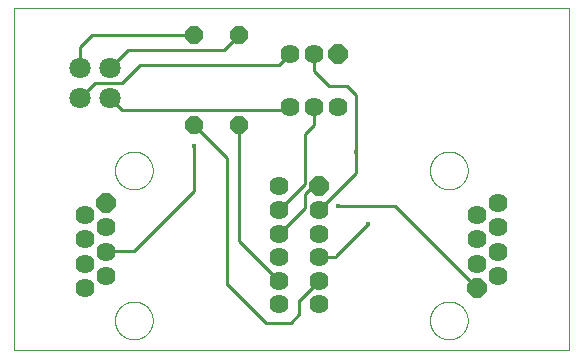
<source format=gbl>
G75*
%MOIN*%
%OFA0B0*%
%FSLAX25Y25*%
%IPPOS*%
%LPD*%
%AMOC8*
5,1,8,0,0,1.08239X$1,22.5*
%
%ADD10C,0.00000*%
%ADD11OC8,0.06378*%
%ADD12C,0.06378*%
%ADD13C,0.07087*%
%ADD14OC8,0.05760*%
%ADD15C,0.01000*%
%ADD16C,0.01781*%
D10*
X0017242Y0036778D02*
X0017242Y0150952D01*
X0202281Y0150952D01*
X0202281Y0036778D01*
X0017242Y0036778D01*
X0050943Y0046778D02*
X0050945Y0046936D01*
X0050951Y0047094D01*
X0050961Y0047252D01*
X0050975Y0047410D01*
X0050993Y0047567D01*
X0051014Y0047724D01*
X0051040Y0047880D01*
X0051070Y0048036D01*
X0051103Y0048191D01*
X0051141Y0048344D01*
X0051182Y0048497D01*
X0051227Y0048649D01*
X0051276Y0048800D01*
X0051329Y0048949D01*
X0051385Y0049097D01*
X0051445Y0049243D01*
X0051509Y0049388D01*
X0051577Y0049531D01*
X0051648Y0049673D01*
X0051722Y0049813D01*
X0051800Y0049950D01*
X0051882Y0050086D01*
X0051966Y0050220D01*
X0052055Y0050351D01*
X0052146Y0050480D01*
X0052241Y0050607D01*
X0052338Y0050732D01*
X0052439Y0050854D01*
X0052543Y0050973D01*
X0052650Y0051090D01*
X0052760Y0051204D01*
X0052873Y0051315D01*
X0052988Y0051424D01*
X0053106Y0051529D01*
X0053227Y0051631D01*
X0053350Y0051731D01*
X0053476Y0051827D01*
X0053604Y0051920D01*
X0053734Y0052010D01*
X0053867Y0052096D01*
X0054002Y0052180D01*
X0054138Y0052259D01*
X0054277Y0052336D01*
X0054418Y0052408D01*
X0054560Y0052478D01*
X0054704Y0052543D01*
X0054850Y0052605D01*
X0054997Y0052663D01*
X0055146Y0052718D01*
X0055296Y0052769D01*
X0055447Y0052816D01*
X0055599Y0052859D01*
X0055752Y0052898D01*
X0055907Y0052934D01*
X0056062Y0052965D01*
X0056218Y0052993D01*
X0056374Y0053017D01*
X0056531Y0053037D01*
X0056689Y0053053D01*
X0056846Y0053065D01*
X0057005Y0053073D01*
X0057163Y0053077D01*
X0057321Y0053077D01*
X0057479Y0053073D01*
X0057638Y0053065D01*
X0057795Y0053053D01*
X0057953Y0053037D01*
X0058110Y0053017D01*
X0058266Y0052993D01*
X0058422Y0052965D01*
X0058577Y0052934D01*
X0058732Y0052898D01*
X0058885Y0052859D01*
X0059037Y0052816D01*
X0059188Y0052769D01*
X0059338Y0052718D01*
X0059487Y0052663D01*
X0059634Y0052605D01*
X0059780Y0052543D01*
X0059924Y0052478D01*
X0060066Y0052408D01*
X0060207Y0052336D01*
X0060346Y0052259D01*
X0060482Y0052180D01*
X0060617Y0052096D01*
X0060750Y0052010D01*
X0060880Y0051920D01*
X0061008Y0051827D01*
X0061134Y0051731D01*
X0061257Y0051631D01*
X0061378Y0051529D01*
X0061496Y0051424D01*
X0061611Y0051315D01*
X0061724Y0051204D01*
X0061834Y0051090D01*
X0061941Y0050973D01*
X0062045Y0050854D01*
X0062146Y0050732D01*
X0062243Y0050607D01*
X0062338Y0050480D01*
X0062429Y0050351D01*
X0062518Y0050220D01*
X0062602Y0050086D01*
X0062684Y0049950D01*
X0062762Y0049813D01*
X0062836Y0049673D01*
X0062907Y0049531D01*
X0062975Y0049388D01*
X0063039Y0049243D01*
X0063099Y0049097D01*
X0063155Y0048949D01*
X0063208Y0048800D01*
X0063257Y0048649D01*
X0063302Y0048497D01*
X0063343Y0048344D01*
X0063381Y0048191D01*
X0063414Y0048036D01*
X0063444Y0047880D01*
X0063470Y0047724D01*
X0063491Y0047567D01*
X0063509Y0047410D01*
X0063523Y0047252D01*
X0063533Y0047094D01*
X0063539Y0046936D01*
X0063541Y0046778D01*
X0063539Y0046620D01*
X0063533Y0046462D01*
X0063523Y0046304D01*
X0063509Y0046146D01*
X0063491Y0045989D01*
X0063470Y0045832D01*
X0063444Y0045676D01*
X0063414Y0045520D01*
X0063381Y0045365D01*
X0063343Y0045212D01*
X0063302Y0045059D01*
X0063257Y0044907D01*
X0063208Y0044756D01*
X0063155Y0044607D01*
X0063099Y0044459D01*
X0063039Y0044313D01*
X0062975Y0044168D01*
X0062907Y0044025D01*
X0062836Y0043883D01*
X0062762Y0043743D01*
X0062684Y0043606D01*
X0062602Y0043470D01*
X0062518Y0043336D01*
X0062429Y0043205D01*
X0062338Y0043076D01*
X0062243Y0042949D01*
X0062146Y0042824D01*
X0062045Y0042702D01*
X0061941Y0042583D01*
X0061834Y0042466D01*
X0061724Y0042352D01*
X0061611Y0042241D01*
X0061496Y0042132D01*
X0061378Y0042027D01*
X0061257Y0041925D01*
X0061134Y0041825D01*
X0061008Y0041729D01*
X0060880Y0041636D01*
X0060750Y0041546D01*
X0060617Y0041460D01*
X0060482Y0041376D01*
X0060346Y0041297D01*
X0060207Y0041220D01*
X0060066Y0041148D01*
X0059924Y0041078D01*
X0059780Y0041013D01*
X0059634Y0040951D01*
X0059487Y0040893D01*
X0059338Y0040838D01*
X0059188Y0040787D01*
X0059037Y0040740D01*
X0058885Y0040697D01*
X0058732Y0040658D01*
X0058577Y0040622D01*
X0058422Y0040591D01*
X0058266Y0040563D01*
X0058110Y0040539D01*
X0057953Y0040519D01*
X0057795Y0040503D01*
X0057638Y0040491D01*
X0057479Y0040483D01*
X0057321Y0040479D01*
X0057163Y0040479D01*
X0057005Y0040483D01*
X0056846Y0040491D01*
X0056689Y0040503D01*
X0056531Y0040519D01*
X0056374Y0040539D01*
X0056218Y0040563D01*
X0056062Y0040591D01*
X0055907Y0040622D01*
X0055752Y0040658D01*
X0055599Y0040697D01*
X0055447Y0040740D01*
X0055296Y0040787D01*
X0055146Y0040838D01*
X0054997Y0040893D01*
X0054850Y0040951D01*
X0054704Y0041013D01*
X0054560Y0041078D01*
X0054418Y0041148D01*
X0054277Y0041220D01*
X0054138Y0041297D01*
X0054002Y0041376D01*
X0053867Y0041460D01*
X0053734Y0041546D01*
X0053604Y0041636D01*
X0053476Y0041729D01*
X0053350Y0041825D01*
X0053227Y0041925D01*
X0053106Y0042027D01*
X0052988Y0042132D01*
X0052873Y0042241D01*
X0052760Y0042352D01*
X0052650Y0042466D01*
X0052543Y0042583D01*
X0052439Y0042702D01*
X0052338Y0042824D01*
X0052241Y0042949D01*
X0052146Y0043076D01*
X0052055Y0043205D01*
X0051966Y0043336D01*
X0051882Y0043470D01*
X0051800Y0043606D01*
X0051722Y0043743D01*
X0051648Y0043883D01*
X0051577Y0044025D01*
X0051509Y0044168D01*
X0051445Y0044313D01*
X0051385Y0044459D01*
X0051329Y0044607D01*
X0051276Y0044756D01*
X0051227Y0044907D01*
X0051182Y0045059D01*
X0051141Y0045212D01*
X0051103Y0045365D01*
X0051070Y0045520D01*
X0051040Y0045676D01*
X0051014Y0045832D01*
X0050993Y0045989D01*
X0050975Y0046146D01*
X0050961Y0046304D01*
X0050951Y0046462D01*
X0050945Y0046620D01*
X0050943Y0046778D01*
X0050943Y0096778D02*
X0050945Y0096936D01*
X0050951Y0097094D01*
X0050961Y0097252D01*
X0050975Y0097410D01*
X0050993Y0097567D01*
X0051014Y0097724D01*
X0051040Y0097880D01*
X0051070Y0098036D01*
X0051103Y0098191D01*
X0051141Y0098344D01*
X0051182Y0098497D01*
X0051227Y0098649D01*
X0051276Y0098800D01*
X0051329Y0098949D01*
X0051385Y0099097D01*
X0051445Y0099243D01*
X0051509Y0099388D01*
X0051577Y0099531D01*
X0051648Y0099673D01*
X0051722Y0099813D01*
X0051800Y0099950D01*
X0051882Y0100086D01*
X0051966Y0100220D01*
X0052055Y0100351D01*
X0052146Y0100480D01*
X0052241Y0100607D01*
X0052338Y0100732D01*
X0052439Y0100854D01*
X0052543Y0100973D01*
X0052650Y0101090D01*
X0052760Y0101204D01*
X0052873Y0101315D01*
X0052988Y0101424D01*
X0053106Y0101529D01*
X0053227Y0101631D01*
X0053350Y0101731D01*
X0053476Y0101827D01*
X0053604Y0101920D01*
X0053734Y0102010D01*
X0053867Y0102096D01*
X0054002Y0102180D01*
X0054138Y0102259D01*
X0054277Y0102336D01*
X0054418Y0102408D01*
X0054560Y0102478D01*
X0054704Y0102543D01*
X0054850Y0102605D01*
X0054997Y0102663D01*
X0055146Y0102718D01*
X0055296Y0102769D01*
X0055447Y0102816D01*
X0055599Y0102859D01*
X0055752Y0102898D01*
X0055907Y0102934D01*
X0056062Y0102965D01*
X0056218Y0102993D01*
X0056374Y0103017D01*
X0056531Y0103037D01*
X0056689Y0103053D01*
X0056846Y0103065D01*
X0057005Y0103073D01*
X0057163Y0103077D01*
X0057321Y0103077D01*
X0057479Y0103073D01*
X0057638Y0103065D01*
X0057795Y0103053D01*
X0057953Y0103037D01*
X0058110Y0103017D01*
X0058266Y0102993D01*
X0058422Y0102965D01*
X0058577Y0102934D01*
X0058732Y0102898D01*
X0058885Y0102859D01*
X0059037Y0102816D01*
X0059188Y0102769D01*
X0059338Y0102718D01*
X0059487Y0102663D01*
X0059634Y0102605D01*
X0059780Y0102543D01*
X0059924Y0102478D01*
X0060066Y0102408D01*
X0060207Y0102336D01*
X0060346Y0102259D01*
X0060482Y0102180D01*
X0060617Y0102096D01*
X0060750Y0102010D01*
X0060880Y0101920D01*
X0061008Y0101827D01*
X0061134Y0101731D01*
X0061257Y0101631D01*
X0061378Y0101529D01*
X0061496Y0101424D01*
X0061611Y0101315D01*
X0061724Y0101204D01*
X0061834Y0101090D01*
X0061941Y0100973D01*
X0062045Y0100854D01*
X0062146Y0100732D01*
X0062243Y0100607D01*
X0062338Y0100480D01*
X0062429Y0100351D01*
X0062518Y0100220D01*
X0062602Y0100086D01*
X0062684Y0099950D01*
X0062762Y0099813D01*
X0062836Y0099673D01*
X0062907Y0099531D01*
X0062975Y0099388D01*
X0063039Y0099243D01*
X0063099Y0099097D01*
X0063155Y0098949D01*
X0063208Y0098800D01*
X0063257Y0098649D01*
X0063302Y0098497D01*
X0063343Y0098344D01*
X0063381Y0098191D01*
X0063414Y0098036D01*
X0063444Y0097880D01*
X0063470Y0097724D01*
X0063491Y0097567D01*
X0063509Y0097410D01*
X0063523Y0097252D01*
X0063533Y0097094D01*
X0063539Y0096936D01*
X0063541Y0096778D01*
X0063539Y0096620D01*
X0063533Y0096462D01*
X0063523Y0096304D01*
X0063509Y0096146D01*
X0063491Y0095989D01*
X0063470Y0095832D01*
X0063444Y0095676D01*
X0063414Y0095520D01*
X0063381Y0095365D01*
X0063343Y0095212D01*
X0063302Y0095059D01*
X0063257Y0094907D01*
X0063208Y0094756D01*
X0063155Y0094607D01*
X0063099Y0094459D01*
X0063039Y0094313D01*
X0062975Y0094168D01*
X0062907Y0094025D01*
X0062836Y0093883D01*
X0062762Y0093743D01*
X0062684Y0093606D01*
X0062602Y0093470D01*
X0062518Y0093336D01*
X0062429Y0093205D01*
X0062338Y0093076D01*
X0062243Y0092949D01*
X0062146Y0092824D01*
X0062045Y0092702D01*
X0061941Y0092583D01*
X0061834Y0092466D01*
X0061724Y0092352D01*
X0061611Y0092241D01*
X0061496Y0092132D01*
X0061378Y0092027D01*
X0061257Y0091925D01*
X0061134Y0091825D01*
X0061008Y0091729D01*
X0060880Y0091636D01*
X0060750Y0091546D01*
X0060617Y0091460D01*
X0060482Y0091376D01*
X0060346Y0091297D01*
X0060207Y0091220D01*
X0060066Y0091148D01*
X0059924Y0091078D01*
X0059780Y0091013D01*
X0059634Y0090951D01*
X0059487Y0090893D01*
X0059338Y0090838D01*
X0059188Y0090787D01*
X0059037Y0090740D01*
X0058885Y0090697D01*
X0058732Y0090658D01*
X0058577Y0090622D01*
X0058422Y0090591D01*
X0058266Y0090563D01*
X0058110Y0090539D01*
X0057953Y0090519D01*
X0057795Y0090503D01*
X0057638Y0090491D01*
X0057479Y0090483D01*
X0057321Y0090479D01*
X0057163Y0090479D01*
X0057005Y0090483D01*
X0056846Y0090491D01*
X0056689Y0090503D01*
X0056531Y0090519D01*
X0056374Y0090539D01*
X0056218Y0090563D01*
X0056062Y0090591D01*
X0055907Y0090622D01*
X0055752Y0090658D01*
X0055599Y0090697D01*
X0055447Y0090740D01*
X0055296Y0090787D01*
X0055146Y0090838D01*
X0054997Y0090893D01*
X0054850Y0090951D01*
X0054704Y0091013D01*
X0054560Y0091078D01*
X0054418Y0091148D01*
X0054277Y0091220D01*
X0054138Y0091297D01*
X0054002Y0091376D01*
X0053867Y0091460D01*
X0053734Y0091546D01*
X0053604Y0091636D01*
X0053476Y0091729D01*
X0053350Y0091825D01*
X0053227Y0091925D01*
X0053106Y0092027D01*
X0052988Y0092132D01*
X0052873Y0092241D01*
X0052760Y0092352D01*
X0052650Y0092466D01*
X0052543Y0092583D01*
X0052439Y0092702D01*
X0052338Y0092824D01*
X0052241Y0092949D01*
X0052146Y0093076D01*
X0052055Y0093205D01*
X0051966Y0093336D01*
X0051882Y0093470D01*
X0051800Y0093606D01*
X0051722Y0093743D01*
X0051648Y0093883D01*
X0051577Y0094025D01*
X0051509Y0094168D01*
X0051445Y0094313D01*
X0051385Y0094459D01*
X0051329Y0094607D01*
X0051276Y0094756D01*
X0051227Y0094907D01*
X0051182Y0095059D01*
X0051141Y0095212D01*
X0051103Y0095365D01*
X0051070Y0095520D01*
X0051040Y0095676D01*
X0051014Y0095832D01*
X0050993Y0095989D01*
X0050975Y0096146D01*
X0050961Y0096304D01*
X0050951Y0096462D01*
X0050945Y0096620D01*
X0050943Y0096778D01*
X0155943Y0096778D02*
X0155945Y0096936D01*
X0155951Y0097094D01*
X0155961Y0097252D01*
X0155975Y0097410D01*
X0155993Y0097567D01*
X0156014Y0097724D01*
X0156040Y0097880D01*
X0156070Y0098036D01*
X0156103Y0098191D01*
X0156141Y0098344D01*
X0156182Y0098497D01*
X0156227Y0098649D01*
X0156276Y0098800D01*
X0156329Y0098949D01*
X0156385Y0099097D01*
X0156445Y0099243D01*
X0156509Y0099388D01*
X0156577Y0099531D01*
X0156648Y0099673D01*
X0156722Y0099813D01*
X0156800Y0099950D01*
X0156882Y0100086D01*
X0156966Y0100220D01*
X0157055Y0100351D01*
X0157146Y0100480D01*
X0157241Y0100607D01*
X0157338Y0100732D01*
X0157439Y0100854D01*
X0157543Y0100973D01*
X0157650Y0101090D01*
X0157760Y0101204D01*
X0157873Y0101315D01*
X0157988Y0101424D01*
X0158106Y0101529D01*
X0158227Y0101631D01*
X0158350Y0101731D01*
X0158476Y0101827D01*
X0158604Y0101920D01*
X0158734Y0102010D01*
X0158867Y0102096D01*
X0159002Y0102180D01*
X0159138Y0102259D01*
X0159277Y0102336D01*
X0159418Y0102408D01*
X0159560Y0102478D01*
X0159704Y0102543D01*
X0159850Y0102605D01*
X0159997Y0102663D01*
X0160146Y0102718D01*
X0160296Y0102769D01*
X0160447Y0102816D01*
X0160599Y0102859D01*
X0160752Y0102898D01*
X0160907Y0102934D01*
X0161062Y0102965D01*
X0161218Y0102993D01*
X0161374Y0103017D01*
X0161531Y0103037D01*
X0161689Y0103053D01*
X0161846Y0103065D01*
X0162005Y0103073D01*
X0162163Y0103077D01*
X0162321Y0103077D01*
X0162479Y0103073D01*
X0162638Y0103065D01*
X0162795Y0103053D01*
X0162953Y0103037D01*
X0163110Y0103017D01*
X0163266Y0102993D01*
X0163422Y0102965D01*
X0163577Y0102934D01*
X0163732Y0102898D01*
X0163885Y0102859D01*
X0164037Y0102816D01*
X0164188Y0102769D01*
X0164338Y0102718D01*
X0164487Y0102663D01*
X0164634Y0102605D01*
X0164780Y0102543D01*
X0164924Y0102478D01*
X0165066Y0102408D01*
X0165207Y0102336D01*
X0165346Y0102259D01*
X0165482Y0102180D01*
X0165617Y0102096D01*
X0165750Y0102010D01*
X0165880Y0101920D01*
X0166008Y0101827D01*
X0166134Y0101731D01*
X0166257Y0101631D01*
X0166378Y0101529D01*
X0166496Y0101424D01*
X0166611Y0101315D01*
X0166724Y0101204D01*
X0166834Y0101090D01*
X0166941Y0100973D01*
X0167045Y0100854D01*
X0167146Y0100732D01*
X0167243Y0100607D01*
X0167338Y0100480D01*
X0167429Y0100351D01*
X0167518Y0100220D01*
X0167602Y0100086D01*
X0167684Y0099950D01*
X0167762Y0099813D01*
X0167836Y0099673D01*
X0167907Y0099531D01*
X0167975Y0099388D01*
X0168039Y0099243D01*
X0168099Y0099097D01*
X0168155Y0098949D01*
X0168208Y0098800D01*
X0168257Y0098649D01*
X0168302Y0098497D01*
X0168343Y0098344D01*
X0168381Y0098191D01*
X0168414Y0098036D01*
X0168444Y0097880D01*
X0168470Y0097724D01*
X0168491Y0097567D01*
X0168509Y0097410D01*
X0168523Y0097252D01*
X0168533Y0097094D01*
X0168539Y0096936D01*
X0168541Y0096778D01*
X0168539Y0096620D01*
X0168533Y0096462D01*
X0168523Y0096304D01*
X0168509Y0096146D01*
X0168491Y0095989D01*
X0168470Y0095832D01*
X0168444Y0095676D01*
X0168414Y0095520D01*
X0168381Y0095365D01*
X0168343Y0095212D01*
X0168302Y0095059D01*
X0168257Y0094907D01*
X0168208Y0094756D01*
X0168155Y0094607D01*
X0168099Y0094459D01*
X0168039Y0094313D01*
X0167975Y0094168D01*
X0167907Y0094025D01*
X0167836Y0093883D01*
X0167762Y0093743D01*
X0167684Y0093606D01*
X0167602Y0093470D01*
X0167518Y0093336D01*
X0167429Y0093205D01*
X0167338Y0093076D01*
X0167243Y0092949D01*
X0167146Y0092824D01*
X0167045Y0092702D01*
X0166941Y0092583D01*
X0166834Y0092466D01*
X0166724Y0092352D01*
X0166611Y0092241D01*
X0166496Y0092132D01*
X0166378Y0092027D01*
X0166257Y0091925D01*
X0166134Y0091825D01*
X0166008Y0091729D01*
X0165880Y0091636D01*
X0165750Y0091546D01*
X0165617Y0091460D01*
X0165482Y0091376D01*
X0165346Y0091297D01*
X0165207Y0091220D01*
X0165066Y0091148D01*
X0164924Y0091078D01*
X0164780Y0091013D01*
X0164634Y0090951D01*
X0164487Y0090893D01*
X0164338Y0090838D01*
X0164188Y0090787D01*
X0164037Y0090740D01*
X0163885Y0090697D01*
X0163732Y0090658D01*
X0163577Y0090622D01*
X0163422Y0090591D01*
X0163266Y0090563D01*
X0163110Y0090539D01*
X0162953Y0090519D01*
X0162795Y0090503D01*
X0162638Y0090491D01*
X0162479Y0090483D01*
X0162321Y0090479D01*
X0162163Y0090479D01*
X0162005Y0090483D01*
X0161846Y0090491D01*
X0161689Y0090503D01*
X0161531Y0090519D01*
X0161374Y0090539D01*
X0161218Y0090563D01*
X0161062Y0090591D01*
X0160907Y0090622D01*
X0160752Y0090658D01*
X0160599Y0090697D01*
X0160447Y0090740D01*
X0160296Y0090787D01*
X0160146Y0090838D01*
X0159997Y0090893D01*
X0159850Y0090951D01*
X0159704Y0091013D01*
X0159560Y0091078D01*
X0159418Y0091148D01*
X0159277Y0091220D01*
X0159138Y0091297D01*
X0159002Y0091376D01*
X0158867Y0091460D01*
X0158734Y0091546D01*
X0158604Y0091636D01*
X0158476Y0091729D01*
X0158350Y0091825D01*
X0158227Y0091925D01*
X0158106Y0092027D01*
X0157988Y0092132D01*
X0157873Y0092241D01*
X0157760Y0092352D01*
X0157650Y0092466D01*
X0157543Y0092583D01*
X0157439Y0092702D01*
X0157338Y0092824D01*
X0157241Y0092949D01*
X0157146Y0093076D01*
X0157055Y0093205D01*
X0156966Y0093336D01*
X0156882Y0093470D01*
X0156800Y0093606D01*
X0156722Y0093743D01*
X0156648Y0093883D01*
X0156577Y0094025D01*
X0156509Y0094168D01*
X0156445Y0094313D01*
X0156385Y0094459D01*
X0156329Y0094607D01*
X0156276Y0094756D01*
X0156227Y0094907D01*
X0156182Y0095059D01*
X0156141Y0095212D01*
X0156103Y0095365D01*
X0156070Y0095520D01*
X0156040Y0095676D01*
X0156014Y0095832D01*
X0155993Y0095989D01*
X0155975Y0096146D01*
X0155961Y0096304D01*
X0155951Y0096462D01*
X0155945Y0096620D01*
X0155943Y0096778D01*
X0155943Y0046778D02*
X0155945Y0046936D01*
X0155951Y0047094D01*
X0155961Y0047252D01*
X0155975Y0047410D01*
X0155993Y0047567D01*
X0156014Y0047724D01*
X0156040Y0047880D01*
X0156070Y0048036D01*
X0156103Y0048191D01*
X0156141Y0048344D01*
X0156182Y0048497D01*
X0156227Y0048649D01*
X0156276Y0048800D01*
X0156329Y0048949D01*
X0156385Y0049097D01*
X0156445Y0049243D01*
X0156509Y0049388D01*
X0156577Y0049531D01*
X0156648Y0049673D01*
X0156722Y0049813D01*
X0156800Y0049950D01*
X0156882Y0050086D01*
X0156966Y0050220D01*
X0157055Y0050351D01*
X0157146Y0050480D01*
X0157241Y0050607D01*
X0157338Y0050732D01*
X0157439Y0050854D01*
X0157543Y0050973D01*
X0157650Y0051090D01*
X0157760Y0051204D01*
X0157873Y0051315D01*
X0157988Y0051424D01*
X0158106Y0051529D01*
X0158227Y0051631D01*
X0158350Y0051731D01*
X0158476Y0051827D01*
X0158604Y0051920D01*
X0158734Y0052010D01*
X0158867Y0052096D01*
X0159002Y0052180D01*
X0159138Y0052259D01*
X0159277Y0052336D01*
X0159418Y0052408D01*
X0159560Y0052478D01*
X0159704Y0052543D01*
X0159850Y0052605D01*
X0159997Y0052663D01*
X0160146Y0052718D01*
X0160296Y0052769D01*
X0160447Y0052816D01*
X0160599Y0052859D01*
X0160752Y0052898D01*
X0160907Y0052934D01*
X0161062Y0052965D01*
X0161218Y0052993D01*
X0161374Y0053017D01*
X0161531Y0053037D01*
X0161689Y0053053D01*
X0161846Y0053065D01*
X0162005Y0053073D01*
X0162163Y0053077D01*
X0162321Y0053077D01*
X0162479Y0053073D01*
X0162638Y0053065D01*
X0162795Y0053053D01*
X0162953Y0053037D01*
X0163110Y0053017D01*
X0163266Y0052993D01*
X0163422Y0052965D01*
X0163577Y0052934D01*
X0163732Y0052898D01*
X0163885Y0052859D01*
X0164037Y0052816D01*
X0164188Y0052769D01*
X0164338Y0052718D01*
X0164487Y0052663D01*
X0164634Y0052605D01*
X0164780Y0052543D01*
X0164924Y0052478D01*
X0165066Y0052408D01*
X0165207Y0052336D01*
X0165346Y0052259D01*
X0165482Y0052180D01*
X0165617Y0052096D01*
X0165750Y0052010D01*
X0165880Y0051920D01*
X0166008Y0051827D01*
X0166134Y0051731D01*
X0166257Y0051631D01*
X0166378Y0051529D01*
X0166496Y0051424D01*
X0166611Y0051315D01*
X0166724Y0051204D01*
X0166834Y0051090D01*
X0166941Y0050973D01*
X0167045Y0050854D01*
X0167146Y0050732D01*
X0167243Y0050607D01*
X0167338Y0050480D01*
X0167429Y0050351D01*
X0167518Y0050220D01*
X0167602Y0050086D01*
X0167684Y0049950D01*
X0167762Y0049813D01*
X0167836Y0049673D01*
X0167907Y0049531D01*
X0167975Y0049388D01*
X0168039Y0049243D01*
X0168099Y0049097D01*
X0168155Y0048949D01*
X0168208Y0048800D01*
X0168257Y0048649D01*
X0168302Y0048497D01*
X0168343Y0048344D01*
X0168381Y0048191D01*
X0168414Y0048036D01*
X0168444Y0047880D01*
X0168470Y0047724D01*
X0168491Y0047567D01*
X0168509Y0047410D01*
X0168523Y0047252D01*
X0168533Y0047094D01*
X0168539Y0046936D01*
X0168541Y0046778D01*
X0168539Y0046620D01*
X0168533Y0046462D01*
X0168523Y0046304D01*
X0168509Y0046146D01*
X0168491Y0045989D01*
X0168470Y0045832D01*
X0168444Y0045676D01*
X0168414Y0045520D01*
X0168381Y0045365D01*
X0168343Y0045212D01*
X0168302Y0045059D01*
X0168257Y0044907D01*
X0168208Y0044756D01*
X0168155Y0044607D01*
X0168099Y0044459D01*
X0168039Y0044313D01*
X0167975Y0044168D01*
X0167907Y0044025D01*
X0167836Y0043883D01*
X0167762Y0043743D01*
X0167684Y0043606D01*
X0167602Y0043470D01*
X0167518Y0043336D01*
X0167429Y0043205D01*
X0167338Y0043076D01*
X0167243Y0042949D01*
X0167146Y0042824D01*
X0167045Y0042702D01*
X0166941Y0042583D01*
X0166834Y0042466D01*
X0166724Y0042352D01*
X0166611Y0042241D01*
X0166496Y0042132D01*
X0166378Y0042027D01*
X0166257Y0041925D01*
X0166134Y0041825D01*
X0166008Y0041729D01*
X0165880Y0041636D01*
X0165750Y0041546D01*
X0165617Y0041460D01*
X0165482Y0041376D01*
X0165346Y0041297D01*
X0165207Y0041220D01*
X0165066Y0041148D01*
X0164924Y0041078D01*
X0164780Y0041013D01*
X0164634Y0040951D01*
X0164487Y0040893D01*
X0164338Y0040838D01*
X0164188Y0040787D01*
X0164037Y0040740D01*
X0163885Y0040697D01*
X0163732Y0040658D01*
X0163577Y0040622D01*
X0163422Y0040591D01*
X0163266Y0040563D01*
X0163110Y0040539D01*
X0162953Y0040519D01*
X0162795Y0040503D01*
X0162638Y0040491D01*
X0162479Y0040483D01*
X0162321Y0040479D01*
X0162163Y0040479D01*
X0162005Y0040483D01*
X0161846Y0040491D01*
X0161689Y0040503D01*
X0161531Y0040519D01*
X0161374Y0040539D01*
X0161218Y0040563D01*
X0161062Y0040591D01*
X0160907Y0040622D01*
X0160752Y0040658D01*
X0160599Y0040697D01*
X0160447Y0040740D01*
X0160296Y0040787D01*
X0160146Y0040838D01*
X0159997Y0040893D01*
X0159850Y0040951D01*
X0159704Y0041013D01*
X0159560Y0041078D01*
X0159418Y0041148D01*
X0159277Y0041220D01*
X0159138Y0041297D01*
X0159002Y0041376D01*
X0158867Y0041460D01*
X0158734Y0041546D01*
X0158604Y0041636D01*
X0158476Y0041729D01*
X0158350Y0041825D01*
X0158227Y0041925D01*
X0158106Y0042027D01*
X0157988Y0042132D01*
X0157873Y0042241D01*
X0157760Y0042352D01*
X0157650Y0042466D01*
X0157543Y0042583D01*
X0157439Y0042702D01*
X0157338Y0042824D01*
X0157241Y0042949D01*
X0157146Y0043076D01*
X0157055Y0043205D01*
X0156966Y0043336D01*
X0156882Y0043470D01*
X0156800Y0043606D01*
X0156722Y0043743D01*
X0156648Y0043883D01*
X0156577Y0044025D01*
X0156509Y0044168D01*
X0156445Y0044313D01*
X0156385Y0044459D01*
X0156329Y0044607D01*
X0156276Y0044756D01*
X0156227Y0044907D01*
X0156182Y0045059D01*
X0156141Y0045212D01*
X0156103Y0045365D01*
X0156070Y0045520D01*
X0156040Y0045676D01*
X0156014Y0045832D01*
X0155993Y0045989D01*
X0155975Y0046146D01*
X0155961Y0046304D01*
X0155951Y0046462D01*
X0155945Y0046620D01*
X0155943Y0046778D01*
D11*
X0171494Y0057723D03*
X0118935Y0091463D03*
X0125116Y0135637D03*
X0047990Y0085833D03*
D12*
X0040982Y0081818D03*
X0047990Y0077822D03*
X0040982Y0073806D03*
X0047990Y0069751D03*
X0040982Y0065735D03*
X0047990Y0061739D03*
X0040982Y0057723D03*
X0105549Y0059967D03*
X0105549Y0052093D03*
X0118935Y0052093D03*
X0118935Y0059967D03*
X0118935Y0067841D03*
X0118935Y0075715D03*
X0118935Y0083589D03*
X0105549Y0083589D03*
X0105549Y0091463D03*
X0105549Y0075715D03*
X0105549Y0067841D03*
X0109368Y0117920D03*
X0117242Y0117920D03*
X0125116Y0117920D03*
X0117242Y0135637D03*
X0109368Y0135637D03*
X0178502Y0085833D03*
X0171494Y0081818D03*
X0178502Y0077822D03*
X0171494Y0073806D03*
X0178502Y0069751D03*
X0171494Y0065735D03*
X0178502Y0061739D03*
D13*
X0049242Y0120778D03*
X0039242Y0120778D03*
X0039242Y0130778D03*
X0049242Y0130778D03*
D14*
X0077242Y0141778D03*
X0092242Y0141778D03*
X0092242Y0111778D03*
X0077242Y0111778D03*
D15*
X0088242Y0100778D01*
X0088242Y0059193D01*
X0088535Y0058485D02*
X0101242Y0045778D01*
X0108828Y0045778D01*
X0109535Y0046071D02*
X0112242Y0048778D01*
X0112242Y0052860D01*
X0112535Y0053567D02*
X0118935Y0059967D01*
X0118935Y0067841D02*
X0123891Y0067841D01*
X0124598Y0068134D02*
X0135242Y0078778D01*
X0144439Y0084778D02*
X0171494Y0057723D01*
X0144439Y0084778D02*
X0125242Y0084778D01*
X0118935Y0083589D02*
X0131242Y0095896D01*
X0131242Y0100778D01*
X0131242Y0102778D01*
X0131242Y0121778D01*
X0128242Y0124778D01*
X0122242Y0124778D01*
X0117242Y0129778D01*
X0117242Y0135637D01*
X0109368Y0135637D02*
X0105510Y0131778D01*
X0059242Y0131778D01*
X0053242Y0125778D01*
X0044242Y0125778D01*
X0039242Y0120778D01*
X0049242Y0120778D02*
X0053242Y0116778D01*
X0108226Y0116778D01*
X0109368Y0117920D01*
X0117242Y0117920D02*
X0117242Y0111778D01*
X0114242Y0108778D01*
X0114242Y0092282D01*
X0105549Y0083589D01*
X0105549Y0075715D02*
X0114242Y0084408D01*
X0114242Y0088778D01*
X0116927Y0091463D01*
X0118935Y0091463D01*
X0092242Y0073274D02*
X0092242Y0111778D01*
X0077242Y0104778D02*
X0077242Y0089778D01*
X0057242Y0069778D01*
X0048018Y0069778D01*
X0047990Y0069751D01*
X0088242Y0059193D02*
X0088244Y0059133D01*
X0088249Y0059072D01*
X0088258Y0059013D01*
X0088271Y0058954D01*
X0088287Y0058895D01*
X0088307Y0058838D01*
X0088330Y0058783D01*
X0088357Y0058728D01*
X0088386Y0058676D01*
X0088419Y0058625D01*
X0088455Y0058576D01*
X0088493Y0058530D01*
X0088535Y0058486D01*
X0092242Y0073274D02*
X0105549Y0059967D01*
X0112535Y0053567D02*
X0112493Y0053523D01*
X0112455Y0053477D01*
X0112419Y0053428D01*
X0112386Y0053377D01*
X0112357Y0053325D01*
X0112330Y0053270D01*
X0112307Y0053215D01*
X0112287Y0053158D01*
X0112271Y0053099D01*
X0112258Y0053040D01*
X0112249Y0052981D01*
X0112244Y0052920D01*
X0112242Y0052860D01*
X0109535Y0046071D02*
X0109491Y0046029D01*
X0109445Y0045991D01*
X0109396Y0045955D01*
X0109345Y0045922D01*
X0109293Y0045893D01*
X0109238Y0045866D01*
X0109183Y0045843D01*
X0109126Y0045823D01*
X0109067Y0045807D01*
X0109008Y0045794D01*
X0108949Y0045785D01*
X0108888Y0045780D01*
X0108828Y0045778D01*
X0123891Y0067841D02*
X0123951Y0067843D01*
X0124012Y0067848D01*
X0124071Y0067857D01*
X0124130Y0067870D01*
X0124189Y0067886D01*
X0124246Y0067906D01*
X0124301Y0067929D01*
X0124356Y0067956D01*
X0124408Y0067985D01*
X0124459Y0068018D01*
X0124508Y0068054D01*
X0124554Y0068092D01*
X0124598Y0068134D01*
X0055242Y0136778D02*
X0049242Y0130778D01*
X0055242Y0136778D02*
X0087242Y0136778D01*
X0092242Y0141778D01*
X0077242Y0141778D02*
X0043242Y0141778D01*
X0039242Y0137778D01*
X0039242Y0130778D01*
D16*
X0077242Y0104778D03*
X0125242Y0084778D03*
X0135242Y0078778D03*
X0131242Y0102778D03*
M02*

</source>
